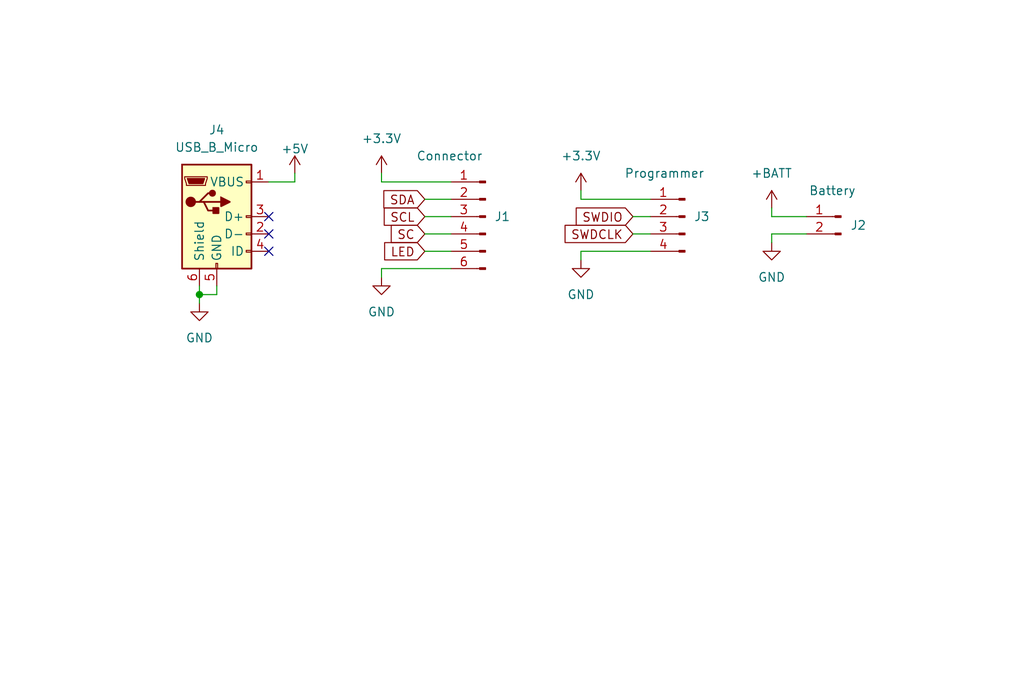
<source format=kicad_sch>
(kicad_sch (version 20230121) (generator eeschema)

  (uuid 578d82b7-4de4-4c47-9b43-8fd94f77bb48)

  (paper "User" 150.012 99.9998)

  (lib_symbols
    (symbol "Connector:Conn_01x02_Pin" (pin_names (offset 1.016) hide) (in_bom yes) (on_board yes)
      (property "Reference" "J" (at 0 2.54 0)
        (effects (font (size 1.27 1.27)))
      )
      (property "Value" "Conn_01x02_Pin" (at 0 -5.08 0)
        (effects (font (size 1.27 1.27)))
      )
      (property "Footprint" "" (at 0 0 0)
        (effects (font (size 1.27 1.27)) hide)
      )
      (property "Datasheet" "~" (at 0 0 0)
        (effects (font (size 1.27 1.27)) hide)
      )
      (property "ki_locked" "" (at 0 0 0)
        (effects (font (size 1.27 1.27)))
      )
      (property "ki_keywords" "connector" (at 0 0 0)
        (effects (font (size 1.27 1.27)) hide)
      )
      (property "ki_description" "Generic connector, single row, 01x02, script generated" (at 0 0 0)
        (effects (font (size 1.27 1.27)) hide)
      )
      (property "ki_fp_filters" "Connector*:*_1x??_*" (at 0 0 0)
        (effects (font (size 1.27 1.27)) hide)
      )
      (symbol "Conn_01x02_Pin_1_1"
        (polyline
          (pts
            (xy 1.27 -2.54)
            (xy 0.8636 -2.54)
          )
          (stroke (width 0.1524) (type default))
          (fill (type none))
        )
        (polyline
          (pts
            (xy 1.27 0)
            (xy 0.8636 0)
          )
          (stroke (width 0.1524) (type default))
          (fill (type none))
        )
        (rectangle (start 0.8636 -2.413) (end 0 -2.667)
          (stroke (width 0.1524) (type default))
          (fill (type outline))
        )
        (rectangle (start 0.8636 0.127) (end 0 -0.127)
          (stroke (width 0.1524) (type default))
          (fill (type outline))
        )
        (pin passive line (at 5.08 0 180) (length 3.81)
          (name "Pin_1" (effects (font (size 1.27 1.27))))
          (number "1" (effects (font (size 1.27 1.27))))
        )
        (pin passive line (at 5.08 -2.54 180) (length 3.81)
          (name "Pin_2" (effects (font (size 1.27 1.27))))
          (number "2" (effects (font (size 1.27 1.27))))
        )
      )
    )
    (symbol "Connector:Conn_01x04_Pin" (pin_names (offset 1.016) hide) (in_bom yes) (on_board yes)
      (property "Reference" "J" (at 0 5.08 0)
        (effects (font (size 1.27 1.27)))
      )
      (property "Value" "Conn_01x04_Pin" (at 0 -7.62 0)
        (effects (font (size 1.27 1.27)))
      )
      (property "Footprint" "" (at 0 0 0)
        (effects (font (size 1.27 1.27)) hide)
      )
      (property "Datasheet" "~" (at 0 0 0)
        (effects (font (size 1.27 1.27)) hide)
      )
      (property "ki_locked" "" (at 0 0 0)
        (effects (font (size 1.27 1.27)))
      )
      (property "ki_keywords" "connector" (at 0 0 0)
        (effects (font (size 1.27 1.27)) hide)
      )
      (property "ki_description" "Generic connector, single row, 01x04, script generated" (at 0 0 0)
        (effects (font (size 1.27 1.27)) hide)
      )
      (property "ki_fp_filters" "Connector*:*_1x??_*" (at 0 0 0)
        (effects (font (size 1.27 1.27)) hide)
      )
      (symbol "Conn_01x04_Pin_1_1"
        (polyline
          (pts
            (xy 1.27 -5.08)
            (xy 0.8636 -5.08)
          )
          (stroke (width 0.1524) (type default))
          (fill (type none))
        )
        (polyline
          (pts
            (xy 1.27 -2.54)
            (xy 0.8636 -2.54)
          )
          (stroke (width 0.1524) (type default))
          (fill (type none))
        )
        (polyline
          (pts
            (xy 1.27 0)
            (xy 0.8636 0)
          )
          (stroke (width 0.1524) (type default))
          (fill (type none))
        )
        (polyline
          (pts
            (xy 1.27 2.54)
            (xy 0.8636 2.54)
          )
          (stroke (width 0.1524) (type default))
          (fill (type none))
        )
        (rectangle (start 0.8636 -4.953) (end 0 -5.207)
          (stroke (width 0.1524) (type default))
          (fill (type outline))
        )
        (rectangle (start 0.8636 -2.413) (end 0 -2.667)
          (stroke (width 0.1524) (type default))
          (fill (type outline))
        )
        (rectangle (start 0.8636 0.127) (end 0 -0.127)
          (stroke (width 0.1524) (type default))
          (fill (type outline))
        )
        (rectangle (start 0.8636 2.667) (end 0 2.413)
          (stroke (width 0.1524) (type default))
          (fill (type outline))
        )
        (pin passive line (at 5.08 2.54 180) (length 3.81)
          (name "Pin_1" (effects (font (size 1.27 1.27))))
          (number "1" (effects (font (size 1.27 1.27))))
        )
        (pin passive line (at 5.08 0 180) (length 3.81)
          (name "Pin_2" (effects (font (size 1.27 1.27))))
          (number "2" (effects (font (size 1.27 1.27))))
        )
        (pin passive line (at 5.08 -2.54 180) (length 3.81)
          (name "Pin_3" (effects (font (size 1.27 1.27))))
          (number "3" (effects (font (size 1.27 1.27))))
        )
        (pin passive line (at 5.08 -5.08 180) (length 3.81)
          (name "Pin_4" (effects (font (size 1.27 1.27))))
          (number "4" (effects (font (size 1.27 1.27))))
        )
      )
    )
    (symbol "Connector:Conn_01x06_Pin" (pin_names (offset 1.016) hide) (in_bom yes) (on_board yes)
      (property "Reference" "J" (at 0 7.62 0)
        (effects (font (size 1.27 1.27)))
      )
      (property "Value" "Conn_01x06_Pin" (at 0 -10.16 0)
        (effects (font (size 1.27 1.27)))
      )
      (property "Footprint" "" (at 0 0 0)
        (effects (font (size 1.27 1.27)) hide)
      )
      (property "Datasheet" "~" (at 0 0 0)
        (effects (font (size 1.27 1.27)) hide)
      )
      (property "ki_locked" "" (at 0 0 0)
        (effects (font (size 1.27 1.27)))
      )
      (property "ki_keywords" "connector" (at 0 0 0)
        (effects (font (size 1.27 1.27)) hide)
      )
      (property "ki_description" "Generic connector, single row, 01x06, script generated" (at 0 0 0)
        (effects (font (size 1.27 1.27)) hide)
      )
      (property "ki_fp_filters" "Connector*:*_1x??_*" (at 0 0 0)
        (effects (font (size 1.27 1.27)) hide)
      )
      (symbol "Conn_01x06_Pin_1_1"
        (polyline
          (pts
            (xy 1.27 -7.62)
            (xy 0.8636 -7.62)
          )
          (stroke (width 0.1524) (type default))
          (fill (type none))
        )
        (polyline
          (pts
            (xy 1.27 -5.08)
            (xy 0.8636 -5.08)
          )
          (stroke (width 0.1524) (type default))
          (fill (type none))
        )
        (polyline
          (pts
            (xy 1.27 -2.54)
            (xy 0.8636 -2.54)
          )
          (stroke (width 0.1524) (type default))
          (fill (type none))
        )
        (polyline
          (pts
            (xy 1.27 0)
            (xy 0.8636 0)
          )
          (stroke (width 0.1524) (type default))
          (fill (type none))
        )
        (polyline
          (pts
            (xy 1.27 2.54)
            (xy 0.8636 2.54)
          )
          (stroke (width 0.1524) (type default))
          (fill (type none))
        )
        (polyline
          (pts
            (xy 1.27 5.08)
            (xy 0.8636 5.08)
          )
          (stroke (width 0.1524) (type default))
          (fill (type none))
        )
        (rectangle (start 0.8636 -7.493) (end 0 -7.747)
          (stroke (width 0.1524) (type default))
          (fill (type outline))
        )
        (rectangle (start 0.8636 -4.953) (end 0 -5.207)
          (stroke (width 0.1524) (type default))
          (fill (type outline))
        )
        (rectangle (start 0.8636 -2.413) (end 0 -2.667)
          (stroke (width 0.1524) (type default))
          (fill (type outline))
        )
        (rectangle (start 0.8636 0.127) (end 0 -0.127)
          (stroke (width 0.1524) (type default))
          (fill (type outline))
        )
        (rectangle (start 0.8636 2.667) (end 0 2.413)
          (stroke (width 0.1524) (type default))
          (fill (type outline))
        )
        (rectangle (start 0.8636 5.207) (end 0 4.953)
          (stroke (width 0.1524) (type default))
          (fill (type outline))
        )
        (pin passive line (at 5.08 5.08 180) (length 3.81)
          (name "Pin_1" (effects (font (size 1.27 1.27))))
          (number "1" (effects (font (size 1.27 1.27))))
        )
        (pin passive line (at 5.08 2.54 180) (length 3.81)
          (name "Pin_2" (effects (font (size 1.27 1.27))))
          (number "2" (effects (font (size 1.27 1.27))))
        )
        (pin passive line (at 5.08 0 180) (length 3.81)
          (name "Pin_3" (effects (font (size 1.27 1.27))))
          (number "3" (effects (font (size 1.27 1.27))))
        )
        (pin passive line (at 5.08 -2.54 180) (length 3.81)
          (name "Pin_4" (effects (font (size 1.27 1.27))))
          (number "4" (effects (font (size 1.27 1.27))))
        )
        (pin passive line (at 5.08 -5.08 180) (length 3.81)
          (name "Pin_5" (effects (font (size 1.27 1.27))))
          (number "5" (effects (font (size 1.27 1.27))))
        )
        (pin passive line (at 5.08 -7.62 180) (length 3.81)
          (name "Pin_6" (effects (font (size 1.27 1.27))))
          (number "6" (effects (font (size 1.27 1.27))))
        )
      )
    )
    (symbol "Connector:USB_B_Micro" (pin_names (offset 1.016)) (in_bom yes) (on_board yes)
      (property "Reference" "J" (at -5.08 11.43 0)
        (effects (font (size 1.27 1.27)) (justify left))
      )
      (property "Value" "USB_B_Micro" (at -5.08 8.89 0)
        (effects (font (size 1.27 1.27)) (justify left))
      )
      (property "Footprint" "" (at 3.81 -1.27 0)
        (effects (font (size 1.27 1.27)) hide)
      )
      (property "Datasheet" "~" (at 3.81 -1.27 0)
        (effects (font (size 1.27 1.27)) hide)
      )
      (property "ki_keywords" "connector USB micro" (at 0 0 0)
        (effects (font (size 1.27 1.27)) hide)
      )
      (property "ki_description" "USB Micro Type B connector" (at 0 0 0)
        (effects (font (size 1.27 1.27)) hide)
      )
      (property "ki_fp_filters" "USB*" (at 0 0 0)
        (effects (font (size 1.27 1.27)) hide)
      )
      (symbol "USB_B_Micro_0_1"
        (rectangle (start -5.08 -7.62) (end 5.08 7.62)
          (stroke (width 0.254) (type default))
          (fill (type background))
        )
        (circle (center -3.81 2.159) (radius 0.635)
          (stroke (width 0.254) (type default))
          (fill (type outline))
        )
        (circle (center -0.635 3.429) (radius 0.381)
          (stroke (width 0.254) (type default))
          (fill (type outline))
        )
        (rectangle (start -0.127 -7.62) (end 0.127 -6.858)
          (stroke (width 0) (type default))
          (fill (type none))
        )
        (polyline
          (pts
            (xy -1.905 2.159)
            (xy 0.635 2.159)
          )
          (stroke (width 0.254) (type default))
          (fill (type none))
        )
        (polyline
          (pts
            (xy -3.175 2.159)
            (xy -2.54 2.159)
            (xy -1.27 3.429)
            (xy -0.635 3.429)
          )
          (stroke (width 0.254) (type default))
          (fill (type none))
        )
        (polyline
          (pts
            (xy -2.54 2.159)
            (xy -1.905 2.159)
            (xy -1.27 0.889)
            (xy 0 0.889)
          )
          (stroke (width 0.254) (type default))
          (fill (type none))
        )
        (polyline
          (pts
            (xy 0.635 2.794)
            (xy 0.635 1.524)
            (xy 1.905 2.159)
            (xy 0.635 2.794)
          )
          (stroke (width 0.254) (type default))
          (fill (type outline))
        )
        (polyline
          (pts
            (xy -4.318 5.588)
            (xy -1.778 5.588)
            (xy -2.032 4.826)
            (xy -4.064 4.826)
            (xy -4.318 5.588)
          )
          (stroke (width 0) (type default))
          (fill (type outline))
        )
        (polyline
          (pts
            (xy -4.699 5.842)
            (xy -4.699 5.588)
            (xy -4.445 4.826)
            (xy -4.445 4.572)
            (xy -1.651 4.572)
            (xy -1.651 4.826)
            (xy -1.397 5.588)
            (xy -1.397 5.842)
            (xy -4.699 5.842)
          )
          (stroke (width 0) (type default))
          (fill (type none))
        )
        (rectangle (start 0.254 1.27) (end -0.508 0.508)
          (stroke (width 0.254) (type default))
          (fill (type outline))
        )
        (rectangle (start 5.08 -5.207) (end 4.318 -4.953)
          (stroke (width 0) (type default))
          (fill (type none))
        )
        (rectangle (start 5.08 -2.667) (end 4.318 -2.413)
          (stroke (width 0) (type default))
          (fill (type none))
        )
        (rectangle (start 5.08 -0.127) (end 4.318 0.127)
          (stroke (width 0) (type default))
          (fill (type none))
        )
        (rectangle (start 5.08 4.953) (end 4.318 5.207)
          (stroke (width 0) (type default))
          (fill (type none))
        )
      )
      (symbol "USB_B_Micro_1_1"
        (pin power_out line (at 7.62 5.08 180) (length 2.54)
          (name "VBUS" (effects (font (size 1.27 1.27))))
          (number "1" (effects (font (size 1.27 1.27))))
        )
        (pin bidirectional line (at 7.62 -2.54 180) (length 2.54)
          (name "D-" (effects (font (size 1.27 1.27))))
          (number "2" (effects (font (size 1.27 1.27))))
        )
        (pin bidirectional line (at 7.62 0 180) (length 2.54)
          (name "D+" (effects (font (size 1.27 1.27))))
          (number "3" (effects (font (size 1.27 1.27))))
        )
        (pin passive line (at 7.62 -5.08 180) (length 2.54)
          (name "ID" (effects (font (size 1.27 1.27))))
          (number "4" (effects (font (size 1.27 1.27))))
        )
        (pin power_out line (at 0 -10.16 90) (length 2.54)
          (name "GND" (effects (font (size 1.27 1.27))))
          (number "5" (effects (font (size 1.27 1.27))))
        )
        (pin passive line (at -2.54 -10.16 90) (length 2.54)
          (name "Shield" (effects (font (size 1.27 1.27))))
          (number "6" (effects (font (size 1.27 1.27))))
        )
      )
    )
    (symbol "power:+3.3V" (power) (pin_names (offset 0)) (in_bom yes) (on_board yes)
      (property "Reference" "#PWR" (at 0 -3.81 0)
        (effects (font (size 1.27 1.27)) hide)
      )
      (property "Value" "+3.3V" (at 0 3.556 0)
        (effects (font (size 1.27 1.27)))
      )
      (property "Footprint" "" (at 0 0 0)
        (effects (font (size 1.27 1.27)) hide)
      )
      (property "Datasheet" "" (at 0 0 0)
        (effects (font (size 1.27 1.27)) hide)
      )
      (property "ki_keywords" "global power" (at 0 0 0)
        (effects (font (size 1.27 1.27)) hide)
      )
      (property "ki_description" "Power symbol creates a global label with name \"+3.3V\"" (at 0 0 0)
        (effects (font (size 1.27 1.27)) hide)
      )
      (symbol "+3.3V_0_1"
        (polyline
          (pts
            (xy -0.762 1.27)
            (xy 0 2.54)
          )
          (stroke (width 0) (type default))
          (fill (type none))
        )
        (polyline
          (pts
            (xy 0 0)
            (xy 0 2.54)
          )
          (stroke (width 0) (type default))
          (fill (type none))
        )
        (polyline
          (pts
            (xy 0 2.54)
            (xy 0.762 1.27)
          )
          (stroke (width 0) (type default))
          (fill (type none))
        )
      )
      (symbol "+3.3V_1_1"
        (pin power_in line (at 0 0 90) (length 0) hide
          (name "+3.3V" (effects (font (size 1.27 1.27))))
          (number "1" (effects (font (size 1.27 1.27))))
        )
      )
    )
    (symbol "power:+5V" (power) (pin_names (offset 0)) (in_bom yes) (on_board yes)
      (property "Reference" "#PWR" (at 0 -3.81 0)
        (effects (font (size 1.27 1.27)) hide)
      )
      (property "Value" "+5V" (at 0 3.556 0)
        (effects (font (size 1.27 1.27)))
      )
      (property "Footprint" "" (at 0 0 0)
        (effects (font (size 1.27 1.27)) hide)
      )
      (property "Datasheet" "" (at 0 0 0)
        (effects (font (size 1.27 1.27)) hide)
      )
      (property "ki_keywords" "power-flag" (at 0 0 0)
        (effects (font (size 1.27 1.27)) hide)
      )
      (property "ki_description" "Power symbol creates a global label with name \"+5V\"" (at 0 0 0)
        (effects (font (size 1.27 1.27)) hide)
      )
      (symbol "+5V_0_1"
        (polyline
          (pts
            (xy -0.762 1.27)
            (xy 0 2.54)
          )
          (stroke (width 0) (type default))
          (fill (type none))
        )
        (polyline
          (pts
            (xy 0 0)
            (xy 0 2.54)
          )
          (stroke (width 0) (type default))
          (fill (type none))
        )
        (polyline
          (pts
            (xy 0 2.54)
            (xy 0.762 1.27)
          )
          (stroke (width 0) (type default))
          (fill (type none))
        )
      )
      (symbol "+5V_1_1"
        (pin power_in line (at 0 0 90) (length 0) hide
          (name "+5V" (effects (font (size 1.27 1.27))))
          (number "1" (effects (font (size 1.27 1.27))))
        )
      )
    )
    (symbol "power:+BATT" (power) (pin_names (offset 0)) (in_bom yes) (on_board yes)
      (property "Reference" "#PWR" (at 0 -3.81 0)
        (effects (font (size 1.27 1.27)) hide)
      )
      (property "Value" "+BATT" (at 0 3.556 0)
        (effects (font (size 1.27 1.27)))
      )
      (property "Footprint" "" (at 0 0 0)
        (effects (font (size 1.27 1.27)) hide)
      )
      (property "Datasheet" "" (at 0 0 0)
        (effects (font (size 1.27 1.27)) hide)
      )
      (property "ki_keywords" "global power battery" (at 0 0 0)
        (effects (font (size 1.27 1.27)) hide)
      )
      (property "ki_description" "Power symbol creates a global label with name \"+BATT\"" (at 0 0 0)
        (effects (font (size 1.27 1.27)) hide)
      )
      (symbol "+BATT_0_1"
        (polyline
          (pts
            (xy -0.762 1.27)
            (xy 0 2.54)
          )
          (stroke (width 0) (type default))
          (fill (type none))
        )
        (polyline
          (pts
            (xy 0 0)
            (xy 0 2.54)
          )
          (stroke (width 0) (type default))
          (fill (type none))
        )
        (polyline
          (pts
            (xy 0 2.54)
            (xy 0.762 1.27)
          )
          (stroke (width 0) (type default))
          (fill (type none))
        )
      )
      (symbol "+BATT_1_1"
        (pin power_in line (at 0 0 90) (length 0) hide
          (name "+BATT" (effects (font (size 1.27 1.27))))
          (number "1" (effects (font (size 1.27 1.27))))
        )
      )
    )
    (symbol "power:GND" (power) (pin_names (offset 0)) (in_bom yes) (on_board yes)
      (property "Reference" "#PWR" (at 0 -6.35 0)
        (effects (font (size 1.27 1.27)) hide)
      )
      (property "Value" "GND" (at 0 -3.81 0)
        (effects (font (size 1.27 1.27)))
      )
      (property "Footprint" "" (at 0 0 0)
        (effects (font (size 1.27 1.27)) hide)
      )
      (property "Datasheet" "" (at 0 0 0)
        (effects (font (size 1.27 1.27)) hide)
      )
      (property "ki_keywords" "global power" (at 0 0 0)
        (effects (font (size 1.27 1.27)) hide)
      )
      (property "ki_description" "Power symbol creates a global label with name \"GND\" , ground" (at 0 0 0)
        (effects (font (size 1.27 1.27)) hide)
      )
      (symbol "GND_0_1"
        (polyline
          (pts
            (xy 0 0)
            (xy 0 -1.27)
            (xy 1.27 -1.27)
            (xy 0 -2.54)
            (xy -1.27 -1.27)
            (xy 0 -1.27)
          )
          (stroke (width 0) (type default))
          (fill (type none))
        )
      )
      (symbol "GND_1_1"
        (pin power_in line (at 0 0 270) (length 0) hide
          (name "GND" (effects (font (size 1.27 1.27))))
          (number "1" (effects (font (size 1.27 1.27))))
        )
      )
    )
  )

  (junction (at 29.21 43.18) (diameter 0) (color 0 0 0 0)
    (uuid afc65fd3-7667-4076-b20a-3d11bcb0d533)
  )

  (no_connect (at 39.37 36.83) (uuid 40d9d246-d689-498d-9c6d-886790e16c2a))
  (no_connect (at 39.37 31.75) (uuid 7e447bed-cd47-4fba-ae72-ac8836a354c5))
  (no_connect (at 39.37 34.29) (uuid ed15dd58-05ee-4925-b8b1-824498874d0c))

  (wire (pts (xy 85.09 38.1) (xy 85.09 36.83))
    (stroke (width 0) (type default))
    (uuid 0179d4ab-8060-45e4-ad6f-b33fb647aee5)
  )
  (wire (pts (xy 92.71 31.75) (xy 95.25 31.75))
    (stroke (width 0) (type default))
    (uuid 03d2c086-712e-49cf-81bc-07e34b590c29)
  )
  (wire (pts (xy 85.09 27.94) (xy 85.09 29.21))
    (stroke (width 0) (type default))
    (uuid 0dc643c8-c510-4fce-af29-7cf04e6f9182)
  )
  (wire (pts (xy 55.88 25.4) (xy 55.88 26.67))
    (stroke (width 0) (type default))
    (uuid 26e59ce7-c598-40ab-9435-02f7b17e3621)
  )
  (wire (pts (xy 92.71 34.29) (xy 95.25 34.29))
    (stroke (width 0) (type default))
    (uuid 2cbd373a-2858-40f2-868c-0da6c022e39b)
  )
  (wire (pts (xy 113.03 35.56) (xy 113.03 34.29))
    (stroke (width 0) (type default))
    (uuid 33030fcf-d7e1-4612-84c1-ceeb7128718c)
  )
  (wire (pts (xy 85.09 36.83) (xy 95.25 36.83))
    (stroke (width 0) (type default))
    (uuid 3ca406a9-c040-43e9-a000-03105f9674e7)
  )
  (wire (pts (xy 55.88 39.37) (xy 66.04 39.37))
    (stroke (width 0) (type default))
    (uuid 411de056-3f85-46f0-bc59-0271a00cb39a)
  )
  (wire (pts (xy 62.23 34.29) (xy 66.04 34.29))
    (stroke (width 0) (type default))
    (uuid 41e6ee53-3af3-4d61-bfb0-23ac4edfe906)
  )
  (wire (pts (xy 62.23 31.75) (xy 66.04 31.75))
    (stroke (width 0) (type default))
    (uuid 43ad5238-27c3-4f07-b5ca-bbbc3cd0ac92)
  )
  (wire (pts (xy 43.18 25.4) (xy 43.18 26.67))
    (stroke (width 0) (type default))
    (uuid 54e6178c-31b8-4d8b-b06b-0e6427615944)
  )
  (wire (pts (xy 29.21 41.91) (xy 29.21 43.18))
    (stroke (width 0) (type default))
    (uuid 5d5adce3-2949-4e39-809d-efb3d9983b95)
  )
  (wire (pts (xy 62.23 29.21) (xy 66.04 29.21))
    (stroke (width 0) (type default))
    (uuid 6028fc49-4583-4ed4-bf46-dbb389d2e9f9)
  )
  (wire (pts (xy 31.75 41.91) (xy 31.75 43.18))
    (stroke (width 0) (type default))
    (uuid 6273245d-8481-4976-8587-e63578431d12)
  )
  (wire (pts (xy 85.09 29.21) (xy 95.25 29.21))
    (stroke (width 0) (type default))
    (uuid 65db0a1e-c179-4cc5-9b14-a6260000ccc5)
  )
  (wire (pts (xy 113.03 34.29) (xy 118.11 34.29))
    (stroke (width 0) (type default))
    (uuid 687220ef-1dd0-4567-bed0-238fe3fcb8b9)
  )
  (wire (pts (xy 31.75 43.18) (xy 29.21 43.18))
    (stroke (width 0) (type default))
    (uuid 8dbfbe88-57ea-44c8-bd82-d81b35706623)
  )
  (wire (pts (xy 55.88 26.67) (xy 66.04 26.67))
    (stroke (width 0) (type default))
    (uuid 914f86df-4c60-4d7d-adf0-537467fadc52)
  )
  (wire (pts (xy 113.03 30.48) (xy 113.03 31.75))
    (stroke (width 0) (type default))
    (uuid b5bbd20b-3919-459a-b4c2-2048d54aed0f)
  )
  (wire (pts (xy 55.88 39.37) (xy 55.88 40.64))
    (stroke (width 0) (type default))
    (uuid bafeab1e-9d87-4307-8d7f-3c795cd8d861)
  )
  (wire (pts (xy 29.21 43.18) (xy 29.21 44.45))
    (stroke (width 0) (type default))
    (uuid c657d704-1cb3-4858-9873-3ace308bd266)
  )
  (wire (pts (xy 113.03 31.75) (xy 118.11 31.75))
    (stroke (width 0) (type default))
    (uuid df95b0c1-4be5-402a-86a5-284947f08938)
  )
  (wire (pts (xy 62.23 36.83) (xy 66.04 36.83))
    (stroke (width 0) (type default))
    (uuid ec432bda-77a2-414d-b222-59f9465dbe33)
  )
  (wire (pts (xy 39.37 26.67) (xy 43.18 26.67))
    (stroke (width 0) (type default))
    (uuid fc254fa8-c5cd-4d4b-82bd-f85eeb4b1a4a)
  )

  (global_label "LED" (shape input) (at 62.23 36.83 180) (fields_autoplaced)
    (effects (font (size 1.27 1.27)) (justify right))
    (uuid 2c8b8c74-fc7f-4f6d-87d7-1d77cfd8d532)
    (property "Intersheetrefs" "${INTERSHEET_REFS}" (at 55.8771 36.83 0)
      (effects (font (size 1.27 1.27)) (justify right) hide)
    )
  )
  (global_label "SWDCLK" (shape input) (at 92.71 34.29 180) (fields_autoplaced)
    (effects (font (size 1.27 1.27)) (justify right))
    (uuid 50858110-682c-4d0b-8f1a-1ac8172103d8)
    (property "Intersheetrefs" "${INTERSHEET_REFS}" (at 82.3052 34.29 0)
      (effects (font (size 1.27 1.27)) (justify right) hide)
    )
  )
  (global_label "SDA" (shape input) (at 62.23 29.21 180) (fields_autoplaced)
    (effects (font (size 1.27 1.27)) (justify right))
    (uuid 744a27a8-8543-449f-86c9-6e19610e7913)
    (property "Intersheetrefs" "${INTERSHEET_REFS}" (at 55.7561 29.21 0)
      (effects (font (size 1.27 1.27)) (justify right) hide)
    )
  )
  (global_label "SC" (shape input) (at 62.23 34.29 180) (fields_autoplaced)
    (effects (font (size 1.27 1.27)) (justify right))
    (uuid 8b99c371-8c3b-4bdb-9992-8f52a3f00159)
    (property "Intersheetrefs" "${INTERSHEET_REFS}" (at 56.8447 34.29 0)
      (effects (font (size 1.27 1.27)) (justify right) hide)
    )
  )
  (global_label "SCL" (shape input) (at 62.23 31.75 180) (fields_autoplaced)
    (effects (font (size 1.27 1.27)) (justify right))
    (uuid bbab9e3e-fb1b-43af-af82-3452e499ab63)
    (property "Intersheetrefs" "${INTERSHEET_REFS}" (at 55.8166 31.75 0)
      (effects (font (size 1.27 1.27)) (justify right) hide)
    )
  )
  (global_label "SWDIO" (shape input) (at 92.71 31.75 180) (fields_autoplaced)
    (effects (font (size 1.27 1.27)) (justify right))
    (uuid d373398a-f318-45c4-9b95-46fdabee0ba8)
    (property "Intersheetrefs" "${INTERSHEET_REFS}" (at 83.938 31.75 0)
      (effects (font (size 1.27 1.27)) (justify right) hide)
    )
  )

  (symbol (lib_id "power:GND") (at 55.88 40.64 0) (unit 1)
    (in_bom yes) (on_board yes) (dnp no) (fields_autoplaced)
    (uuid 195dc148-ed2a-4807-a234-1004a2f38146)
    (property "Reference" "#PWR05" (at 55.88 46.99 0)
      (effects (font (size 1.27 1.27)) hide)
    )
    (property "Value" "GND" (at 55.88 45.72 0)
      (effects (font (size 1.27 1.27)))
    )
    (property "Footprint" "" (at 55.88 40.64 0)
      (effects (font (size 1.27 1.27)) hide)
    )
    (property "Datasheet" "" (at 55.88 40.64 0)
      (effects (font (size 1.27 1.27)) hide)
    )
    (pin "1" (uuid 11e91e9d-f032-49c2-9f9a-bcb3d111228e))
    (instances
      (project "HomeEnvSensor"
        (path "/16818c13-baad-4d43-b4c0-c389dfc2d89f"
          (reference "#PWR05") (unit 1)
        )
        (path "/16818c13-baad-4d43-b4c0-c389dfc2d89f/052932c0-4bcb-4289-9e5b-86e8e242f89b"
          (reference "#PWR08") (unit 1)
        )
      )
    )
  )

  (symbol (lib_id "power:GND") (at 85.09 38.1 0) (unit 1)
    (in_bom yes) (on_board yes) (dnp no) (fields_autoplaced)
    (uuid 3b8d968b-8667-45fb-a63e-579483706717)
    (property "Reference" "#PWR09" (at 85.09 44.45 0)
      (effects (font (size 1.27 1.27)) hide)
    )
    (property "Value" "GND" (at 85.09 43.18 0)
      (effects (font (size 1.27 1.27)))
    )
    (property "Footprint" "" (at 85.09 38.1 0)
      (effects (font (size 1.27 1.27)) hide)
    )
    (property "Datasheet" "" (at 85.09 38.1 0)
      (effects (font (size 1.27 1.27)) hide)
    )
    (pin "1" (uuid f77bf20d-5931-46c3-8c35-5088d59869b6))
    (instances
      (project "HomeEnvSensor"
        (path "/16818c13-baad-4d43-b4c0-c389dfc2d89f"
          (reference "#PWR09") (unit 1)
        )
        (path "/16818c13-baad-4d43-b4c0-c389dfc2d89f/052932c0-4bcb-4289-9e5b-86e8e242f89b"
          (reference "#PWR010") (unit 1)
        )
      )
    )
  )

  (symbol (lib_id "Connector:USB_B_Micro") (at 31.75 31.75 0) (unit 1)
    (in_bom yes) (on_board yes) (dnp no) (fields_autoplaced)
    (uuid 4448f037-1d5a-45b1-b570-8c766d94a66e)
    (property "Reference" "J4" (at 31.75 19.05 0)
      (effects (font (size 1.27 1.27)))
    )
    (property "Value" "USB_B_Micro" (at 31.75 21.59 0)
      (effects (font (size 1.27 1.27)))
    )
    (property "Footprint" "Connector_USB:USB_Micro-B_Amphenol_10104110_Horizontal" (at 35.56 33.02 0)
      (effects (font (size 1.27 1.27)) hide)
    )
    (property "Datasheet" "~" (at 35.56 33.02 0)
      (effects (font (size 1.27 1.27)) hide)
    )
    (pin "1" (uuid b1d5cb30-e2fc-43cd-9772-ebac96186d8b))
    (pin "2" (uuid a7ee5d18-bb5c-416f-ad0a-429e05014043))
    (pin "3" (uuid 61b24d9d-a55c-4a46-9eaf-cd033332e6e3))
    (pin "4" (uuid 2a91f4dd-26d0-47ea-a1fb-2745b1ea516e))
    (pin "5" (uuid 7d930a06-86db-4d6d-969c-74b52bce11e8))
    (pin "6" (uuid 0647aa47-4323-45e4-9e65-2b557c5400fd))
    (instances
      (project "HomeEnvSensor"
        (path "/16818c13-baad-4d43-b4c0-c389dfc2d89f"
          (reference "J4") (unit 1)
        )
        (path "/16818c13-baad-4d43-b4c0-c389dfc2d89f/052932c0-4bcb-4289-9e5b-86e8e242f89b"
          (reference "J1") (unit 1)
        )
      )
    )
  )

  (symbol (lib_id "power:+3.3V") (at 55.88 25.4 0) (unit 1)
    (in_bom yes) (on_board yes) (dnp no) (fields_autoplaced)
    (uuid 4eb0b7a2-409a-43ff-a492-0b81f18d58cd)
    (property "Reference" "#PWR03" (at 55.88 29.21 0)
      (effects (font (size 1.27 1.27)) hide)
    )
    (property "Value" "+3.3V" (at 55.88 20.32 0)
      (effects (font (size 1.27 1.27)))
    )
    (property "Footprint" "" (at 55.88 25.4 0)
      (effects (font (size 1.27 1.27)) hide)
    )
    (property "Datasheet" "" (at 55.88 25.4 0)
      (effects (font (size 1.27 1.27)) hide)
    )
    (pin "1" (uuid b0da2642-dadd-450f-a5c0-08612531701d))
    (instances
      (project "HomeEnvSensor"
        (path "/16818c13-baad-4d43-b4c0-c389dfc2d89f"
          (reference "#PWR03") (unit 1)
        )
        (path "/16818c13-baad-4d43-b4c0-c389dfc2d89f/a56cbb49-e4a5-41df-a4ea-6e9eb716ca11"
          (reference "#PWR01") (unit 1)
        )
        (path "/16818c13-baad-4d43-b4c0-c389dfc2d89f/052932c0-4bcb-4289-9e5b-86e8e242f89b"
          (reference "#PWR023") (unit 1)
        )
      )
    )
  )

  (symbol (lib_id "power:+3.3V") (at 85.09 27.94 0) (unit 1)
    (in_bom yes) (on_board yes) (dnp no) (fields_autoplaced)
    (uuid 6ee85965-c27d-4176-ac09-fe97d903897e)
    (property "Reference" "#PWR03" (at 85.09 31.75 0)
      (effects (font (size 1.27 1.27)) hide)
    )
    (property "Value" "+3.3V" (at 85.09 22.86 0)
      (effects (font (size 1.27 1.27)))
    )
    (property "Footprint" "" (at 85.09 27.94 0)
      (effects (font (size 1.27 1.27)) hide)
    )
    (property "Datasheet" "" (at 85.09 27.94 0)
      (effects (font (size 1.27 1.27)) hide)
    )
    (pin "1" (uuid d0bca4ca-1012-45da-bb86-0288308ce741))
    (instances
      (project "HomeEnvSensor"
        (path "/16818c13-baad-4d43-b4c0-c389dfc2d89f"
          (reference "#PWR03") (unit 1)
        )
        (path "/16818c13-baad-4d43-b4c0-c389dfc2d89f/a56cbb49-e4a5-41df-a4ea-6e9eb716ca11"
          (reference "#PWR01") (unit 1)
        )
        (path "/16818c13-baad-4d43-b4c0-c389dfc2d89f/052932c0-4bcb-4289-9e5b-86e8e242f89b"
          (reference "#PWR07") (unit 1)
        )
      )
    )
  )

  (symbol (lib_id "power:GND") (at 113.03 35.56 0) (unit 1)
    (in_bom yes) (on_board yes) (dnp no) (fields_autoplaced)
    (uuid 8a61cb63-5535-4752-87cd-8629b2c2a0fd)
    (property "Reference" "#PWR07" (at 113.03 41.91 0)
      (effects (font (size 1.27 1.27)) hide)
    )
    (property "Value" "GND" (at 113.03 40.64 0)
      (effects (font (size 1.27 1.27)))
    )
    (property "Footprint" "" (at 113.03 35.56 0)
      (effects (font (size 1.27 1.27)) hide)
    )
    (property "Datasheet" "" (at 113.03 35.56 0)
      (effects (font (size 1.27 1.27)) hide)
    )
    (pin "1" (uuid c438b7e6-a751-4065-8924-c6cfd59b27d8))
    (instances
      (project "HomeEnvSensor"
        (path "/16818c13-baad-4d43-b4c0-c389dfc2d89f"
          (reference "#PWR07") (unit 1)
        )
        (path "/16818c13-baad-4d43-b4c0-c389dfc2d89f/052932c0-4bcb-4289-9e5b-86e8e242f89b"
          (reference "#PWR013") (unit 1)
        )
      )
    )
  )

  (symbol (lib_id "Connector:Conn_01x04_Pin") (at 100.33 31.75 0) (mirror y) (unit 1)
    (in_bom yes) (on_board yes) (dnp no)
    (uuid 8d6e17d8-e99d-4541-b619-030d40c31e17)
    (property "Reference" "J3" (at 101.6 31.75 0)
      (effects (font (size 1.27 1.27)) (justify right))
    )
    (property "Value" "Programmer" (at 91.44 25.4 0)
      (effects (font (size 1.27 1.27)) (justify right))
    )
    (property "Footprint" "" (at 100.33 31.75 0)
      (effects (font (size 1.27 1.27)) hide)
    )
    (property "Datasheet" "~" (at 100.33 31.75 0)
      (effects (font (size 1.27 1.27)) hide)
    )
    (pin "1" (uuid 0b2277ad-aef5-4545-bd88-f171daff3959))
    (pin "2" (uuid e8cb2172-14d5-4862-8321-3a7bcb24be4f))
    (pin "3" (uuid b735b55e-f5a2-4255-9832-fc564a613934))
    (pin "4" (uuid 8ceff82a-6dfb-4689-9894-6bd06b08ca48))
    (instances
      (project "HomeEnvSensor"
        (path "/16818c13-baad-4d43-b4c0-c389dfc2d89f"
          (reference "J3") (unit 1)
        )
        (path "/16818c13-baad-4d43-b4c0-c389dfc2d89f/052932c0-4bcb-4289-9e5b-86e8e242f89b"
          (reference "J3") (unit 1)
        )
      )
    )
  )

  (symbol (lib_id "Connector:Conn_01x06_Pin") (at 71.12 31.75 0) (mirror y) (unit 1)
    (in_bom yes) (on_board yes) (dnp no)
    (uuid b8d5f807-7ede-4334-b873-8ff2a3c6c4af)
    (property "Reference" "J1" (at 72.39 31.75 0)
      (effects (font (size 1.27 1.27)) (justify right))
    )
    (property "Value" "Connector" (at 60.96 22.86 0)
      (effects (font (size 1.27 1.27)) (justify right))
    )
    (property "Footprint" "" (at 71.12 31.75 0)
      (effects (font (size 1.27 1.27)) hide)
    )
    (property "Datasheet" "~" (at 71.12 31.75 0)
      (effects (font (size 1.27 1.27)) hide)
    )
    (pin "1" (uuid c23e7c75-110f-486a-a51b-f479f03dba3f))
    (pin "2" (uuid c681e865-db6d-4ba4-bb5d-c553e69cf231))
    (pin "3" (uuid 9e8d2af1-e5ec-4c65-909a-ee7ded888ee9))
    (pin "4" (uuid 6cfa8051-9150-4a77-8bbb-005afd0e8836))
    (pin "5" (uuid 9aad25f8-0a7c-464f-bfca-2fff4af8009b))
    (pin "6" (uuid ec0e1485-ea20-4764-a16c-b4da1dc17199))
    (instances
      (project "HomeEnvSensor"
        (path "/16818c13-baad-4d43-b4c0-c389dfc2d89f"
          (reference "J1") (unit 1)
        )
        (path "/16818c13-baad-4d43-b4c0-c389dfc2d89f/052932c0-4bcb-4289-9e5b-86e8e242f89b"
          (reference "J2") (unit 1)
        )
      )
    )
  )

  (symbol (lib_id "Connector:Conn_01x02_Pin") (at 123.19 31.75 0) (mirror y) (unit 1)
    (in_bom yes) (on_board yes) (dnp no)
    (uuid db9f188c-03bd-477e-a2c1-babc49316669)
    (property "Reference" "J2" (at 125.73 33.02 0)
      (effects (font (size 1.27 1.27)))
    )
    (property "Value" "Battery" (at 121.92 27.94 0)
      (effects (font (size 1.27 1.27)))
    )
    (property "Footprint" "Connector_PinHeader_2.00mm:PinHeader_1x02_P2.00mm_Vertical" (at 123.19 31.75 0)
      (effects (font (size 1.27 1.27)) hide)
    )
    (property "Datasheet" "~" (at 123.19 31.75 0)
      (effects (font (size 1.27 1.27)) hide)
    )
    (pin "1" (uuid 6e877368-026c-4a47-b61d-084122ee354d))
    (pin "2" (uuid 776fbbc5-c012-43d6-b88f-d64b8a8d6643))
    (instances
      (project "HomeEnvSensor"
        (path "/16818c13-baad-4d43-b4c0-c389dfc2d89f"
          (reference "J2") (unit 1)
        )
        (path "/16818c13-baad-4d43-b4c0-c389dfc2d89f/052932c0-4bcb-4289-9e5b-86e8e242f89b"
          (reference "J4") (unit 1)
        )
      )
    )
  )

  (symbol (lib_id "power:+BATT") (at 113.03 30.48 0) (unit 1)
    (in_bom yes) (on_board yes) (dnp no) (fields_autoplaced)
    (uuid f2cc9e9c-5bb0-4cba-81e6-e86549762a38)
    (property "Reference" "#PWR08" (at 113.03 34.29 0)
      (effects (font (size 1.27 1.27)) hide)
    )
    (property "Value" "+BATT" (at 113.03 25.4 0)
      (effects (font (size 1.27 1.27)))
    )
    (property "Footprint" "" (at 113.03 30.48 0)
      (effects (font (size 1.27 1.27)) hide)
    )
    (property "Datasheet" "" (at 113.03 30.48 0)
      (effects (font (size 1.27 1.27)) hide)
    )
    (pin "1" (uuid cbfcad90-bd40-42d3-a600-8899de6b0902))
    (instances
      (project "HomeEnvSensor"
        (path "/16818c13-baad-4d43-b4c0-c389dfc2d89f"
          (reference "#PWR08") (unit 1)
        )
        (path "/16818c13-baad-4d43-b4c0-c389dfc2d89f/052932c0-4bcb-4289-9e5b-86e8e242f89b"
          (reference "#PWR012") (unit 1)
        )
      )
    )
  )

  (symbol (lib_id "power:+5V") (at 43.18 25.4 0) (unit 1)
    (in_bom yes) (on_board yes) (dnp no) (fields_autoplaced)
    (uuid fcbfcf8e-d09f-427d-a987-5eb683f441ab)
    (property "Reference" "#PWR023" (at 43.18 29.21 0)
      (effects (font (size 1.27 1.27)) hide)
    )
    (property "Value" "+5V" (at 43.18 21.8242 0)
      (effects (font (size 1.27 1.27)))
    )
    (property "Footprint" "" (at 43.18 25.4 0)
      (effects (font (size 1.27 1.27)) hide)
    )
    (property "Datasheet" "" (at 43.18 25.4 0)
      (effects (font (size 1.27 1.27)) hide)
    )
    (pin "1" (uuid 313d87d7-689e-4e27-8dd7-7f2629a89988))
    (instances
      (project "HomeEnvSensor"
        (path "/16818c13-baad-4d43-b4c0-c389dfc2d89f"
          (reference "#PWR023") (unit 1)
        )
        (path "/16818c13-baad-4d43-b4c0-c389dfc2d89f/0b0ac4ed-294a-4d6f-9191-cdc4ed8e4f2e"
          (reference "#PWR017") (unit 1)
        )
        (path "/16818c13-baad-4d43-b4c0-c389dfc2d89f/052932c0-4bcb-4289-9e5b-86e8e242f89b"
          (reference "#PWR06") (unit 1)
        )
      )
      (project "PWR"
        (path "/65265907-6721-4f79-b3a8-f708d4e7460b"
          (reference "#PWR0105") (unit 1)
        )
      )
    )
  )

  (symbol (lib_id "power:GND") (at 29.21 44.45 0) (unit 1)
    (in_bom yes) (on_board yes) (dnp no) (fields_autoplaced)
    (uuid fced9749-eebf-4580-ab15-9f25907c441f)
    (property "Reference" "#PWR013" (at 29.21 50.8 0)
      (effects (font (size 1.27 1.27)) hide)
    )
    (property "Value" "GND" (at 29.21 49.53 0)
      (effects (font (size 1.27 1.27)))
    )
    (property "Footprint" "" (at 29.21 44.45 0)
      (effects (font (size 1.27 1.27)) hide)
    )
    (property "Datasheet" "" (at 29.21 44.45 0)
      (effects (font (size 1.27 1.27)) hide)
    )
    (pin "1" (uuid f937d453-a612-4855-80f4-2d14013d9d2a))
    (instances
      (project "HomeEnvSensor"
        (path "/16818c13-baad-4d43-b4c0-c389dfc2d89f"
          (reference "#PWR013") (unit 1)
        )
        (path "/16818c13-baad-4d43-b4c0-c389dfc2d89f/052932c0-4bcb-4289-9e5b-86e8e242f89b"
          (reference "#PWR05") (unit 1)
        )
      )
    )
  )
)

</source>
